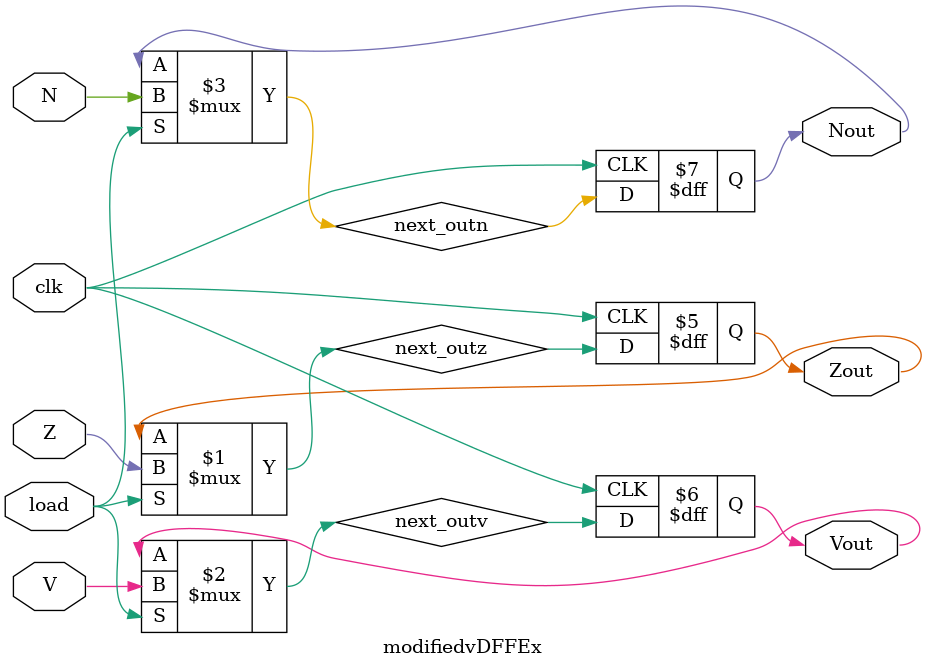
<source format=v>
/*Module: DATAPATH
Purpose: Integrate the regfile, ALU, shifter and other combinational block units like multiplexers, decoders etc. so as to establish the RISC machine. 

Inputs: 
1. vsel: selects between datapath_in and datapath_out; 
2. datapath_in: The first value we enter into thr RISC machine that needs to be operated.
3. write_num, write, read_num, clk are all defined in the regfile module.
4. input loada, loadb, loadc, loads are used for storing updated data values at different points in the cycle (such as after leaving the register) in the RISC machine.  
5. shift and ALUop are defined in their respective modules shift.v and ALU.v

Outputs: 

1. sximm8: The result of our arithmetic operation is fed into this output. 
2. Z_out: not used in this lab, but is indicative of the status of the ALU operation.  	
	a. if output of ALU operation = 16'b0,  then Z_out = 1
	b. if output = any other value, then Z_out = 0*/


module datapath (clk, // recall from Lab 4 that KEY0 is 1 when NOT pushed

                // register operand fetch stage
                readnum,
                vsel,
                loada,
                loadb,

                // computation stage (sometimes called "execute")
                shift,
                asel,
                bsel,
                ALUop,
                loadc,
                loads,

                // set when "writing back" to register file
                writenum,
                write,  

                // outputs
                Zout, Vout, Nout,
                C,

		//modification
		mdata,
		sximm8,
		sximm5,
		PC
             );				//consistent with the instantiation in lab5_top

	input [3:0] vsel; //9
	input [15:0] mdata;				//REMOVE FROM IN OUT LIST
	input [15:0] sximm8; //NOT ASSIGNED
	input [7:0] PC;					//REMOVE
	wire [15:0] data_in;
	input [15:0] sximm5; //NOT ASSIGNED

	input [2:0]  writenum;	//1
	input write;
	input clk;
	input [2:0] readnum;
	wire [15:0] data_out;

	input loada; //3
	wire [15:0] outa;

	input loadb; //3
	wire [15:0] outb; 

	input [1:0] shift; //8		//all inputs required by other module instantiations
	wire [15:0] sout; 		

	input bsel; //7
	wire [15:0] Bin; 

	input asel; //6
	wire [15:0] Ain;		//all internal signals are declared as wires.

	input [1:0] ALUop; //2
	wire [15:0] out;
	wire Z, V, N;

	input loadc; //5
	output [15:0] C; 

	input loads; //10
	output Zout, Vout, Nout;

//We follow the labelling of the blocks on the RISC machine diagram to instantiate each logic block

modifiedmux #(16) muxnine(mdata, sximm8, {8'b0, PC}, C, vsel, data_in); //9 - Multiplexer - working. 

regfile REGFILE(data_in, writenum, write, readnum, clk, data_out); //1 - working. whole regfile module developed previously is instantiated to write values onto a register and read from these registers.

vDFFEx #(16) rlea(clk, loada, data_out, outa); //3 - working - Register load enable module for load A block on RISC machine diagram (labelled 3) to update value to outa 
Mux3a #(16) muxsix(16'b0, outa, asel, Ain); //6  - working -  Multiplexer instantiated to address whether to choose data value from load A or a garbage value of 16b'0 

vDFFEx #(16) rleb(clk, loadb, data_out, outb); //4 - working - Register load enable module for load B block on RISC machine diagram (labelled 3) to update value to outb
shifter shifterinstance(outb, shift, sout); //8 - working - shifter block uses newly developed module to shift outb to the left or right in order to multiply or divide. 
Mux3a #(16) muxseven(sximm5, sout, bsel, Bin); //9 Selecting between sout (coming from shifter) or {11'b0, datapath_in[4:0]}

ALU aluinstance(Ain, Bin, ALUop, out, Z, V, N); //2 - working - doing the arithmetic operation on the two values from register

vDFFEx #(16) rlec(clk, loadc, out, C); // working - updated value to load c - will go to datapath. 
modifiedvDFFEx status(clk, loads, Z, V, N, Zout, Vout, Nout);	  // working - Z_out value updated depending on ALU result - not used in lab 5

endmodule 

module vDFFEx(clk, load, in, out);		//module defined for an RLE - seperately defined because number of inputs were changed. 
	parameter n = 1;
	input clk, load;
	input [n-1:0] in;
	output [n-1:0] out;
	reg [n-1:0] out;
	wire [n-1:0] next_out;

	assign next_out = load ? in : out;

	always @(posedge clk)
	out = next_out;
endmodule 

module Mux3a(a, b, selector, out);		//module defined for Multiplexer - seperately defined because number of inputs were changed
	parameter k = 1;
	input [k-1:0] a, b;
	input selector;
	output [k-1:0] out;
	reg [k-1:0] out;

always @(*) begin				//multiplexer choice depends on selector to choose between a and b depending on the input value on selector. 
	case(selector)
		1'b1: out = a;
		1'b0: out = b;
		default: out = {k{1'bx}};
	endcase
end

endmodule 

module modifiedmux(a, b, c, d, selector, out);		//module defined for Multiplexer - seperately defined because number of inputs were changed
	parameter k = 1;
	input [k-1:0] a, b, c, d;
	input [3:0] selector;
	output [k-1:0] out;
	reg [k-1:0] out;

always @(*) begin				//multiplexer choice depends on selector to choose between a and b depending on the input value on selector. 
	case(selector)
		4'b1000: out = a;
		4'b0100: out = b;
		4'b0010: out = c;
		4'b0001: out = d;
		default: out = {k{1'bx}};
	endcase
end

endmodule 


module modifiedvDFFEx(clk, load, Z, V, N, Zout, Vout, Nout);		//module defined for an RLE - seperately defined because number of inputs were changed. 
	input clk, load, Z, V, N;
	output Zout;
	output Vout;
	output Nout;
	reg Zout, Vout, Nout;
	wire next_outz, next_outv, next_outn;
	
	assign next_outz = load ? Z: Zout; //when load = 1, next_outz assigned the current value of Z, indicating whether the inputs are equal 
	assign next_outv = load ? V: Vout; //when load = 1, next_outv assigned the current value of V, indicating that the output of the ALU cannot be represented in 16 bits
	assign next_outn = load ? N: Nout; //when load = 1, next_outn assigned the current value of N, indicating that the output of the ALU is negative

	always @(posedge clk) begin
		Zout = next_outz; //all outputs set equal to their corresponding next_outs to update their values on the rising edge of the clock
		Vout = next_outv;
		Nout = next_outn;
	end
endmodule 



</source>
